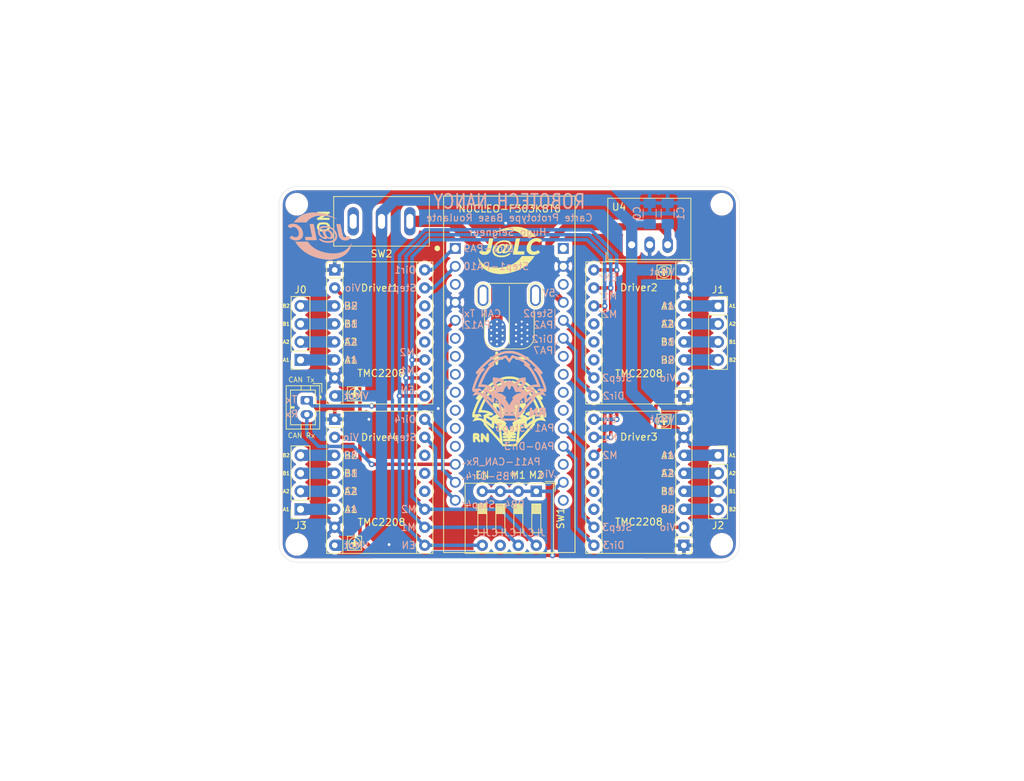
<source format=kicad_pcb>
(kicad_pcb (version 20171130) (host pcbnew "(5.1.10)-1")
  (layers (0 F.Cu signal) (31 B.Cu signal) (34 B.Paste user) (35 F.Paste user) (36 B.SilkS user) (37 F.SilkS user) (38 B.Mask user) (39 F.Mask user) (44 Edge.Cuts user))
  (net 0 "")
  (net 1 +BATT)
  (net 2 GND)
  (net 3 M2)
  (net 4 M1)
  (net 5 EN)
  (net 6 CAN_Rx)
  (net 7 CAN_Tx)
  (net 8 +5V)
  (net 9 Vio)
  (net 10 Dir2)
  (net 11 Dir1)
  (net 12 Dir0)
  (net 13 Stp3)
  (net 14 Stp2)
  (net 15 Stp1)
  (net 16 Stp0)
  (net 17 Dir3)
  (net 18 "Net-(SW1-Pad6)")
  (net 19 "Net-(SW2-Pad3)")
  (net 20 "Net-(J4-Pad1)")
  (net 21 "Net-(Driver1-Pad3)")
  (net 22 "Net-(Driver1-Pad4)")
  (net 23 "Net-(Driver1-Pad5)")
  (net 24 "Net-(Driver1-Pad6)")
  (net 25 "Net-(Driver1-Pad11)")
  (net 26 "Net-(Driver1-Pad12)")
  (net 27 "Net-(Driver1-Pad13)")
  (net 28 "Net-(Driver2-Pad3)")
  (net 29 "Net-(Driver2-Pad4)")
  (net 30 "Net-(Driver2-Pad5)")
  (net 31 "Net-(Driver2-Pad6)")
  (net 32 "Net-(Driver2-Pad11)")
  (net 33 "Net-(Driver2-Pad12)")
  (net 34 "Net-(Driver2-Pad13)")
  (net 35 "Net-(Driver3-Pad3)")
  (net 36 "Net-(Driver3-Pad4)")
  (net 37 "Net-(Driver3-Pad5)")
  (net 38 "Net-(Driver3-Pad6)")
  (net 39 "Net-(Driver3-Pad11)")
  (net 40 "Net-(Driver3-Pad12)")
  (net 41 "Net-(Driver3-Pad13)")
  (net 42 "Net-(Driver4-Pad3)")
  (net 43 "Net-(Driver4-Pad4)")
  (net 44 "Net-(Driver4-Pad5)")
  (net 45 "Net-(Driver4-Pad6)")
  (net 46 "Net-(Driver4-Pad11)")
  (net 47 "Net-(Driver4-Pad12)")
  (net 48 "Net-(Driver4-Pad13)")
  (net 49 "Net-(NUCLEO-F303K8T6-Pad4.15)")
  (net 50 "Net-(NUCLEO-F303K8T6-Pad4.13)")
  (net 51 "Net-(NUCLEO-F303K8T6-Pad3.12)")
  (net 52 "Net-(NUCLEO-F303K8T6-Pad3.11)")
  (net 53 "Net-(NUCLEO-F303K8T6-Pad4.10)")
  (net 54 "Net-(NUCLEO-F303K8T6-Pad3.10)")
  (net 55 "Net-(NUCLEO-F303K8T6-Pad4.9)")
  (net 56 "Net-(NUCLEO-F303K8T6-Pad3.9)")
  (net 57 "Net-(NUCLEO-F303K8T6-Pad4.8)")
  (net 58 "Net-(NUCLEO-F303K8T6-Pad3.8)")
  (net 59 "Net-(NUCLEO-F303K8T6-Pad4.7)")
  (net 60 "Net-(NUCLEO-F303K8T6-Pad3.7)")
  (net 61 "Net-(NUCLEO-F303K8T6-Pad3.6)")
  (net 62 "Net-(NUCLEO-F303K8T6-Pad4.3)")
  (net 63 "Net-(NUCLEO-F303K8T6-Pad3.3)")
  (net 64 "Net-(NUCLEO-F303K8T6-Pad4.1)")
  (module Trinamic_Drivers:TMC_2208_BOB (layer F.Cu) (at 92.964 87.884 180)
    (fp_text reference Driver1 (at 0.0005 6.35) (layer F.SilkS))
    (fp_text value TMC2208)
    (pad 1 thru_hole rect (at 6.35 8.89 180) (size 1.6 1.6) (drill 0.8) (layers *.Cu *.Mask) (net 2 GND))
    (pad 2 thru_hole circle (at 6.35 6.35 180) (size 1.6 1.6) (drill 0.8) (layers *.Cu *.Mask) (net 9 Vio))
    (pad 3 thru_hole circle (at 6.35 3.81 180) (size 1.6 1.6) (drill 0.8) (layers *.Cu *.Mask) (net 21 "Net-(Driver1-Pad3)"))
    (pad 4 thru_hole circle (at 6.35 1.27 180) (size 1.6 1.6) (drill 0.8) (layers *.Cu *.Mask) (net 22 "Net-(Driver1-Pad4)"))
    (pad 5 thru_hole circle (at 6.35 -1.27 180) (size 1.6 1.6) (drill 0.8) (layers *.Cu *.Mask) (net 23 "Net-(Driver1-Pad5)"))
    (pad 6 thru_hole circle (at 6.35 -3.81 180) (size 1.6 1.6) (drill 0.8) (layers *.Cu *.Mask) (net 24 "Net-(Driver1-Pad6)"))
    (pad 7 thru_hole circle (at 6.35 -6.35 180) (size 1.6 1.6) (drill 0.8) (layers *.Cu *.Mask Eco2.User) (net 2 GND))
    (pad 8 thru_hole circle (at 6.35 -8.89 180) (size 1.6 1.6) (drill 0.8) (layers *.Cu *.Mask) (net 1 +BATT))
    (pad 9 thru_hole circle (at -6.35 8.89 180) (size 1.6 1.6) (drill 0.8) (layers *.Cu *.Mask) (net 12 Dir0))
    (pad 10 thru_hole circle (at -6.35 6.35 180) (size 1.6 1.6) (drill 0.8) (layers *.Cu *.Mask) (net 16 Stp0))
    (pad 11 thru_hole circle (at -6.35 3.81 180) (size 1.6 1.6) (drill 0.8) (layers *.Cu *.Mask) (net 25 "Net-(Driver1-Pad11)"))
    (pad 12 thru_hole circle (at -6.35 1.27 180) (size 1.6 1.6) (drill 0.8) (layers *.Cu *.Mask) (net 26 "Net-(Driver1-Pad12)"))
    (pad 13 thru_hole circle (at -6.35 -1.27 180) (size 1.6 1.6) (drill 0.8) (layers *.Cu *.Mask) (net 27 "Net-(Driver1-Pad13)"))
    (pad 14 thru_hole circle (at -6.35 -3.81 180) (size 1.6 1.6) (drill 0.8) (layers *.Cu *.Mask) (net 3 M2))
    (pad 15 thru_hole circle (at -6.35 -6.35 180) (size 1.6 1.6) (drill 0.8) (layers *.Cu *.Mask) (net 4 M1))
    (pad 16 thru_hole circle (at -6.35 -8.89 180) (size 1.6 1.6) (drill 0.8) (layers *.Cu *.Mask) (net 5 EN))
  )
  (module Trinamic_Drivers:TMC_2208_BOB (layer F.Cu) (at 92.964 108.966 180)
    (fp_text reference Driver4 (at 0 6.35) (layer F.SilkS))
    (fp_text value TMC2208)
    (pad 1 thru_hole rect (at 6.35 8.89 180) (size 1.6 1.6) (drill 0.8) (layers *.Cu *.Mask) (net 2 GND))
    (pad 2 thru_hole circle (at 6.35 6.35 180) (size 1.6 1.6) (drill 0.8) (layers *.Cu *.Mask) (net 9 Vio))
    (pad 3 thru_hole circle (at 6.35 3.81 180) (size 1.6 1.6) (drill 0.8) (layers *.Cu *.Mask) (net 42 "Net-(Driver4-Pad3)"))
    (pad 4 thru_hole circle (at 6.35 1.27 180) (size 1.6 1.6) (drill 0.8) (layers *.Cu *.Mask) (net 43 "Net-(Driver4-Pad4)"))
    (pad 5 thru_hole circle (at 6.35 -1.27 180) (size 1.6 1.6) (drill 0.8) (layers *.Cu *.Mask) (net 44 "Net-(Driver4-Pad5)"))
    (pad 6 thru_hole circle (at 6.35 -3.81 180) (size 1.6 1.6) (drill 0.8) (layers *.Cu *.Mask) (net 45 "Net-(Driver4-Pad6)"))
    (pad 7 thru_hole circle (at 6.35 -6.35 180) (size 1.6 1.6) (drill 0.8) (layers *.Cu *.Mask Eco2.User) (net 2 GND))
    (pad 8 thru_hole circle (at 6.35 -8.89 180) (size 1.6 1.6) (drill 0.8) (layers *.Cu *.Mask) (net 1 +BATT))
    (pad 9 thru_hole circle (at -6.35 8.89 180) (size 1.6 1.6) (drill 0.8) (layers *.Cu *.Mask) (net 17 Dir3))
    (pad 10 thru_hole circle (at -6.35 6.35 180) (size 1.6 1.6) (drill 0.8) (layers *.Cu *.Mask) (net 13 Stp3))
    (pad 11 thru_hole circle (at -6.35 3.81 180) (size 1.6 1.6) (drill 0.8) (layers *.Cu *.Mask) (net 46 "Net-(Driver4-Pad11)"))
    (pad 12 thru_hole circle (at -6.35 1.27 180) (size 1.6 1.6) (drill 0.8) (layers *.Cu *.Mask) (net 47 "Net-(Driver4-Pad12)"))
    (pad 13 thru_hole circle (at -6.35 -1.27 180) (size 1.6 1.6) (drill 0.8) (layers *.Cu *.Mask) (net 48 "Net-(Driver4-Pad13)"))
    (pad 14 thru_hole circle (at -6.35 -3.81 180) (size 1.6 1.6) (drill 0.8) (layers *.Cu *.Mask) (net 3 M2))
    (pad 15 thru_hole circle (at -6.35 -6.35 180) (size 1.6 1.6) (drill 0.8) (layers *.Cu *.Mask) (net 4 M1))
    (pad 16 thru_hole circle (at -6.35 -8.89 180) (size 1.6 1.6) (drill 0.8) (layers *.Cu *.Mask) (net 5 EN))
  )
  (module Trinamic_Drivers:TMC_2208_BOB (layer F.Cu) (at 129.54 108.966)
    (fp_text reference Driver3 (at -0.0005 -6.4008) (layer F.SilkS))
    (fp_text value TMC2208)
    (pad 16 thru_hole circle (at -6.35 -8.89) (size 1.6 1.6) (drill 0.8) (layers *.Cu *.Mask) (net 5 EN))
    (pad 15 thru_hole circle (at -6.35 -6.35) (size 1.6 1.6) (drill 0.8) (layers *.Cu *.Mask) (net 4 M1))
    (pad 14 thru_hole circle (at -6.35 -3.81) (size 1.6 1.6) (drill 0.8) (layers *.Cu *.Mask) (net 3 M2))
    (pad 13 thru_hole circle (at -6.35 -1.27) (size 1.6 1.6) (drill 0.8) (layers *.Cu *.Mask) (net 41 "Net-(Driver3-Pad13)"))
    (pad 12 thru_hole circle (at -6.35 1.27) (size 1.6 1.6) (drill 0.8) (layers *.Cu *.Mask) (net 40 "Net-(Driver3-Pad12)"))
    (pad 11 thru_hole circle (at -6.35 3.81) (size 1.6 1.6) (drill 0.8) (layers *.Cu *.Mask) (net 39 "Net-(Driver3-Pad11)"))
    (pad 10 thru_hole circle (at -6.35 6.35) (size 1.6 1.6) (drill 0.8) (layers *.Cu *.Mask) (net 14 Stp2))
    (pad 9 thru_hole circle (at -6.35 8.89) (size 1.6 1.6) (drill 0.8) (layers *.Cu *.Mask) (net 10 Dir2))
    (pad 8 thru_hole circle (at 6.35 -8.89) (size 1.6 1.6) (drill 0.8) (layers *.Cu *.Mask) (net 1 +BATT))
    (pad 7 thru_hole circle (at 6.35 -6.35) (size 1.6 1.6) (drill 0.8) (layers *.Cu *.Mask Eco2.User) (net 2 GND))
    (pad 6 thru_hole circle (at 6.35 -3.81) (size 1.6 1.6) (drill 0.8) (layers *.Cu *.Mask) (net 38 "Net-(Driver3-Pad6)"))
    (pad 5 thru_hole circle (at 6.35 -1.27) (size 1.6 1.6) (drill 0.8) (layers *.Cu *.Mask) (net 37 "Net-(Driver3-Pad5)"))
    (pad 4 thru_hole circle (at 6.35 1.27) (size 1.6 1.6) (drill 0.8) (layers *.Cu *.Mask) (net 36 "Net-(Driver3-Pad4)"))
    (pad 3 thru_hole circle (at 6.35 3.81) (size 1.6 1.6) (drill 0.8) (layers *.Cu *.Mask) (net 35 "Net-(Driver3-Pad3)"))
    (pad 2 thru_hole circle (at 6.35 6.35) (size 1.6 1.6) (drill 0.8) (layers *.Cu *.Mask) (net 9 Vio))
    (pad 1 thru_hole rect (at 6.35 8.89) (size 1.6 1.6) (drill 0.8) (layers *.Cu *.Mask) (net 2 GND))
  )
  (module Trinamic_Drivers:TMC_2208_BOB (layer F.Cu) (at 129.54 87.884)
    (fp_text reference Driver2 (at -0.0005 -6.4008) (layer F.SilkS))
    (fp_text value TMC2208)
    (pad 1 thru_hole rect (at 6.35 8.89) (size 1.6 1.6) (drill 0.8) (layers *.Cu *.Mask) (net 2 GND))
    (pad 2 thru_hole circle (at 6.35 6.35) (size 1.6 1.6) (drill 0.8) (layers *.Cu *.Mask) (net 9 Vio))
    (pad 3 thru_hole circle (at 6.35 3.81) (size 1.6 1.6) (drill 0.8) (layers *.Cu *.Mask) (net 28 "Net-(Driver2-Pad3)"))
    (pad 4 thru_hole circle (at 6.35 1.27) (size 1.6 1.6) (drill 0.8) (layers *.Cu *.Mask) (net 29 "Net-(Driver2-Pad4)"))
    (pad 5 thru_hole circle (at 6.35 -1.27) (size 1.6 1.6) (drill 0.8) (layers *.Cu *.Mask) (net 30 "Net-(Driver2-Pad5)"))
    (pad 6 thru_hole circle (at 6.35 -3.81) (size 1.6 1.6) (drill 0.8) (layers *.Cu *.Mask) (net 31 "Net-(Driver2-Pad6)"))
    (pad 7 thru_hole circle (at 6.35 -6.35) (size 1.6 1.6) (drill 0.8) (layers *.Cu *.Mask Eco2.User) (net 2 GND))
    (pad 8 thru_hole circle (at 6.35 -8.89) (size 1.6 1.6) (drill 0.8) (layers *.Cu *.Mask) (net 1 +BATT))
    (pad 9 thru_hole circle (at -6.35 8.89) (size 1.6 1.6) (drill 0.8) (layers *.Cu *.Mask) (net 11 Dir1))
    (pad 10 thru_hole circle (at -6.35 6.35) (size 1.6 1.6) (drill 0.8) (layers *.Cu *.Mask) (net 15 Stp1))
    (pad 11 thru_hole circle (at -6.35 3.81) (size 1.6 1.6) (drill 0.8) (layers *.Cu *.Mask) (net 32 "Net-(Driver2-Pad11)"))
    (pad 12 thru_hole circle (at -6.35 1.27) (size 1.6 1.6) (drill 0.8) (layers *.Cu *.Mask) (net 33 "Net-(Driver2-Pad12)"))
    (pad 13 thru_hole circle (at -6.35 -1.27) (size 1.6 1.6) (drill 0.8) (layers *.Cu *.Mask) (net 34 "Net-(Driver2-Pad13)"))
    (pad 14 thru_hole circle (at -6.35 -3.81) (size 1.6 1.6) (drill 0.8) (layers *.Cu *.Mask) (net 3 M2))
    (pad 15 thru_hole circle (at -6.35 -6.35) (size 1.6 1.6) (drill 0.8) (layers *.Cu *.Mask) (net 4 M1))
    (pad 16 thru_hole circle (at -6.35 -8.89) (size 1.6 1.6) (drill 0.8) (layers *.Cu *.Mask) (net 5 EN))
  )
  (module Connecteurs:Alim_Cablée_2_fils (layer F.Cu) (at 111.252 87.884)
    (fp_text reference J4 hide)
    (fp_text value Conn_01x04_Male)
    (pad "" np_thru_hole oval (at 3.7 -5.3) (size 1.5 3) (drill oval 1 2.5) (layers *.Cu *.Mask))
    (pad "" np_thru_hole oval (at -3.7 -5.3) (size 1.5 3) (drill oval 1 2.5) (layers *.Cu *.Mask))
    (pad 2 smd oval (at 1.75 0) (size 2.5 4) (layers F.Cu F.Paste F.Mask) (net 2 GND))
    (pad 1 smd oval (at -1.75 0) (size 2.5 4) (layers F.Cu F.Paste F.Mask) (net 20 "Net-(J4-Pad1)"))
  )
  (module Logos:jlcpcb10x10 (layer F.Cu) (at 111.2515 75.946)
    (fp_text reference G*** hide)
    (fp_text value LOGO hide)
  )
  (module Logos:logoRobotechNancy10x10 (layer F.Cu) (at 111.2515 98.806)
    (fp_text reference G*** hide)
    (fp_text value LOGO hide)
  )
  (module Logos:jlcpcb10x10 (layer B.Cu) (at 84.5815 73.914 180)
    (fp_text reference G*** hide)
    (fp_text value LOGO hide)
  )
  (module Logos:logoRobotechNancy10x10 (layer B.Cu) (at 111.2515 95.1992 180)
    (fp_text reference G*** hide)
    (fp_text value LOGO hide)
  )
  (module MountingHole:MountingHole_2.2mm_M2_ISO7380 (layer F.Cu) (at 81.2515 117.726)
    (fp_text reference H3 hide)
    (fp_text value MountingHole)
    (pad 1 np_thru_hole circle (at 0 0) (size 2.2 2.2) (drill 2.2) (layers *.Cu *.Mask))
  )
  (module MountingHole:MountingHole_2.2mm_M2_ISO7380 (layer F.Cu) (at 141.2515 117.726)
    (fp_text reference H2 hide)
    (fp_text value MountingHole)
    (pad 1 np_thru_hole circle (at 0 0) (size 2.2 2.2) (drill 2.2) (layers *.Cu *.Mask))
  )
  (module MountingHole:MountingHole_2.2mm_M2_ISO7380 (layer F.Cu) (at 141.2515 69.726)
    (fp_text reference H1 hide)
    (fp_text value MountingHole)
    (pad 1 np_thru_hole circle (at 0 0) (size 2.2 2.2) (drill 2.2) (layers *.Cu *.Mask))
  )
  (module MountingHole:MountingHole_2.2mm_M2_ISO7380 (layer F.Cu) (at 81.2515 69.726)
    (fp_text reference H0 hide)
    (fp_text value MountingHole)
    (pad 1 np_thru_hole circle (at 0 0) (size 2.2 2.2) (drill 2.2) (layers *.Cu *.Mask))
  )
  (module Connecteurs:Switch_3_Pin (layer F.Cu) (at 93.218 72.136 180)
    (fp_text reference SW2 (at 0.0005 -4.572) (layer F.SilkS))
    (fp_text value SW_Push_SPDT)
    (pad 3 thru_hole oval (at 4 0 180) (size 1.6 4) (drill oval 1 2.1) (layers *.Cu *.Mask) (net 19 "Net-(SW2-Pad3)"))
    (pad 2 thru_hole oval (at 0 0 180) (size 1.6 4) (drill oval 1 2.1) (layers *.Cu *.Mask) (net 1 +BATT))
    (pad 1 thru_hole oval (at -4 0 180) (size 1.6 4) (drill oval 1 2.1) (layers *.Cu *.Mask) (net 20 "Net-(J4-Pad1)"))
  )
  (module Connector_JST:JST_PH_B2B-PH-K_1x02_P2.00mm_Vertical (layer F.Cu) (at 82.677 97.3963 270)
    (fp_text reference J5 hide)
    (fp_text value Conn_01x02_Female)
    (pad 2 thru_hole oval (at 2 0 270) (size 1.2 1.75) (drill 0.75) (layers *.Cu *.Mask) (net 6 CAN_Rx))
    (pad 1 thru_hole roundrect (at 0 0 270) (size 1.2 1.75) (drill 0.75) (layers *.Cu *.Mask) (roundrect_rratio 0.208333) (net 7 CAN_Tx))
  )
  (module Converter_DCDC:Converter_DCDC_RECOM_R-78E-0.5_THT (layer F.Cu) (at 128.524 75.438)
    (fp_text reference U4 (at -1.7785 -5.334) (layer F.SilkS))
    (fp_text value R-78E5.0-0.5)
    (pad 3 thru_hole oval (at 5.08 0) (size 1.5 2.3) (drill 1) (layers *.Cu *.Mask) (net 8 +5V))
    (pad 2 thru_hole oval (at 2.54 0) (size 1.5 2.3) (drill 1) (layers *.Cu *.Mask) (net 2 GND))
    (pad 1 thru_hole rect (at 0 0) (size 1.5 2.3) (drill 1) (layers *.Cu *.Mask) (net 1 +BATT))
  )
  (module Button_Switch_THT:SW_DIP_SPSTx04_Slide_9.78x12.34mm_W7.62mm_P2.54mm (layer F.Cu) (at 115.062 110.236 270)
    (fp_text reference SW1 (at 3.81 -3.42 90) (layer F.SilkS))
    (fp_text value SW_DIP_x04)
    (pad 8 thru_hole oval (at 7.62 0 270) (size 1.6 1.6) (drill 0.8) (layers *.Cu *.Mask) (net 3 M2))
    (pad 4 thru_hole oval (at 0 7.62 270) (size 1.6 1.6) (drill 0.8) (layers *.Cu *.Mask) (net 9 Vio))
    (pad 7 thru_hole oval (at 7.62 2.54 270) (size 1.6 1.6) (drill 0.8) (layers *.Cu *.Mask) (net 4 M1))
    (pad 3 thru_hole oval (at 0 5.08 270) (size 1.6 1.6) (drill 0.8) (layers *.Cu *.Mask) (net 9 Vio))
    (pad 6 thru_hole oval (at 7.62 5.08 270) (size 1.6 1.6) (drill 0.8) (layers *.Cu *.Mask) (net 18 "Net-(SW1-Pad6)"))
    (pad 2 thru_hole oval (at 0 2.54 270) (size 1.6 1.6) (drill 0.8) (layers *.Cu *.Mask) (net 9 Vio))
    (pad 5 thru_hole oval (at 7.62 7.62 270) (size 1.6 1.6) (drill 0.8) (layers *.Cu *.Mask) (net 5 EN))
    (pad 1 thru_hole rect (at 0 0 270) (size 1.6 1.6) (drill 0.8) (layers *.Cu *.Mask) (net 9 Vio))
  )
  (module Connector_PinSocket_2.54mm:PinSocket_1x04_P2.54mm_Vertical (layer F.Cu) (at 81.788 112.776 180)
    (fp_text reference J3 (at 0 -2.286) (layer F.SilkS))
    (fp_text value Conn_01x04_Female)
    (pad 4 thru_hole oval (at 0 7.62 180) (size 1.7 1.7) (drill 1) (layers *.Cu *.Mask) (net 42 "Net-(Driver4-Pad3)"))
    (pad 3 thru_hole oval (at 0 5.08 180) (size 1.7 1.7) (drill 1) (layers *.Cu *.Mask) (net 43 "Net-(Driver4-Pad4)"))
    (pad 2 thru_hole oval (at 0 2.54 180) (size 1.7 1.7) (drill 1) (layers *.Cu *.Mask) (net 44 "Net-(Driver4-Pad5)"))
    (pad 1 thru_hole rect (at 0 0 180) (size 1.7 1.7) (drill 1) (layers *.Cu *.Mask) (net 45 "Net-(Driver4-Pad6)"))
  )
  (module Connector_PinSocket_2.54mm:PinSocket_1x04_P2.54mm_Vertical (layer F.Cu) (at 140.716 105.156)
    (fp_text reference J2 (at -0.0005 9.906) (layer F.SilkS))
    (fp_text value Conn_01x04_Female)
    (pad 4 thru_hole oval (at 0 7.62) (size 1.7 1.7) (drill 1) (layers *.Cu *.Mask) (net 35 "Net-(Driver3-Pad3)"))
    (pad 3 thru_hole oval (at 0 5.08) (size 1.7 1.7) (drill 1) (layers *.Cu *.Mask) (net 36 "Net-(Driver3-Pad4)"))
    (pad 2 thru_hole oval (at 0 2.54) (size 1.7 1.7) (drill 1) (layers *.Cu *.Mask) (net 37 "Net-(Driver3-Pad5)"))
    (pad 1 thru_hole rect (at 0 0) (size 1.7 1.7) (drill 1) (layers *.Cu *.Mask) (net 38 "Net-(Driver3-Pad6)"))
  )
  (module Connector_PinSocket_2.54mm:PinSocket_1x04_P2.54mm_Vertical (layer F.Cu) (at 140.716 84.074)
    (fp_text reference J1 (at 0 -2.286) (layer F.SilkS))
    (fp_text value Conn_01x04_Female)
    (pad 4 thru_hole oval (at 0 7.62) (size 1.7 1.7) (drill 1) (layers *.Cu *.Mask) (net 28 "Net-(Driver2-Pad3)"))
    (pad 3 thru_hole oval (at 0 5.08) (size 1.7 1.7) (drill 1) (layers *.Cu *.Mask) (net 29 "Net-(Driver2-Pad4)"))
    (pad 2 thru_hole oval (at 0 2.54) (size 1.7 1.7) (drill 1) (layers *.Cu *.Mask) (net 30 "Net-(Driver2-Pad5)"))
    (pad 1 thru_hole rect (at 0 0) (size 1.7 1.7) (drill 1) (layers *.Cu *.Mask) (net 31 "Net-(Driver2-Pad6)"))
  )
  (module Connector_PinSocket_2.54mm:PinSocket_1x04_P2.54mm_Vertical (layer F.Cu) (at 81.788 91.694 180)
    (fp_text reference J0 (at 0.0005 9.906) (layer F.SilkS))
    (fp_text value Conn_01x04_Female)
    (pad 4 thru_hole oval (at 0 7.62 180) (size 1.7 1.7) (drill 1) (layers *.Cu *.Mask) (net 21 "Net-(Driver1-Pad3)"))
    (pad 3 thru_hole oval (at 0 5.08 180) (size 1.7 1.7) (drill 1) (layers *.Cu *.Mask) (net 22 "Net-(Driver1-Pad4)"))
    (pad 2 thru_hole oval (at 0 2.54 180) (size 1.7 1.7) (drill 1) (layers *.Cu *.Mask) (net 23 "Net-(Driver1-Pad5)"))
    (pad 1 thru_hole rect (at 0 0 180) (size 1.7 1.7) (drill 1) (layers *.Cu *.Mask) (net 24 "Net-(Driver1-Pad6)"))
  )
  (module Capacitor_SMD:C_1206_3216Metric_Pad1.42x1.75mm_HandSolder (layer B.Cu) (at 133.604 71.0295 90)
    (fp_text reference C1 (at 0 1.82 90) (layer B.SilkS) (effects (justify mirror)))
    (fp_text value 10u)
    (pad 2 smd roundrect (at 1.4875 0 90) (size 1.425 1.75) (layers B.Cu B.Paste B.Mask) (roundrect_rratio 0.175439) (net 2 GND))
    (pad 1 smd roundrect (at -1.4875 0 90) (size 1.425 1.75) (layers B.Cu B.Paste B.Mask) (roundrect_rratio 0.175439) (net 8 +5V))
  )
  (module Capacitor_SMD:C_1206_3216Metric_Pad1.42x1.75mm_HandSolder (layer B.Cu) (at 131.064 71.0295 90)
    (fp_text reference C0 (at 0.0365 -1.778 90) (layer B.SilkS) (effects (justify mirror)))
    (fp_text value 10u)
    (pad 2 smd roundrect (at 1.4875 0 90) (size 1.425 1.75) (layers B.Cu B.Paste B.Mask) (roundrect_rratio 0.175439) (net 2 GND))
    (pad 1 smd roundrect (at -1.4875 0 90) (size 1.425 1.75) (layers B.Cu B.Paste B.Mask) (roundrect_rratio 0.175439) (net 1 +BATT))
  )
  (module NUCLEO-F303K8:MODULE_NUCLEO-F303K8 (layer F.Cu) (at 111.2515 93.726)
    (fp_text reference NUCLEO-F303K8T6 (at 0.0508 -23.368) (layer F.SilkS))
    (fp_text value NUCLEO-F303K8)
    (pad 4.15 thru_hole circle (at 7.62 17.78) (size 1.53 1.53) (drill 1.02) (layers *.Cu *.Mask) (net 49 "Net-(NUCLEO-F303K8T6-Pad4.15)"))
    (pad 3.15 thru_hole circle (at -7.62 17.78) (size 1.53 1.53) (drill 1.02) (layers *.Cu *.Mask) (net 13 Stp3))
    (pad 4.14 thru_hole circle (at 7.62 15.24) (size 1.53 1.53) (drill 1.02) (layers *.Cu *.Mask) (net 9 Vio))
    (pad 3.14 thru_hole circle (at -7.62 15.24) (size 1.53 1.53) (drill 1.02) (layers *.Cu *.Mask) (net 17 Dir3))
    (pad 4.13 thru_hole circle (at 7.62 12.7) (size 1.53 1.53) (drill 1.02) (layers *.Cu *.Mask) (net 50 "Net-(NUCLEO-F303K8T6-Pad4.13)"))
    (pad 3.13 thru_hole circle (at -7.62 12.7) (size 1.53 1.53) (drill 1.02) (layers *.Cu *.Mask) (net 6 CAN_Rx))
    (pad 4.12 thru_hole circle (at 7.62 10.16) (size 1.53 1.53) (drill 1.02) (layers *.Cu *.Mask) (net 10 Dir2))
    (pad 3.12 thru_hole circle (at -7.62 10.16) (size 1.53 1.53) (drill 1.02) (layers *.Cu *.Mask) (net 51 "Net-(NUCLEO-F303K8T6-Pad3.12)"))
    (pad 4.11 thru_hole circle (at 7.62 7.62) (size 1.53 1.53) (drill 1.02) (layers *.Cu *.Mask) (net 14 Stp2))
    (pad 3.11 thru_hole circle (at -7.62 7.62) (size 1.53 1.53) (drill 1.02) (layers *.Cu *.Mask) (net 52 "Net-(NUCLEO-F303K8T6-Pad3.11)"))
    (pad 4.10 thru_hole circle (at 7.62 5.08) (size 1.53 1.53) (drill 1.02) (layers *.Cu *.Mask) (net 53 "Net-(NUCLEO-F303K8T6-Pad4.10)"))
    (pad 3.10 thru_hole circle (at -7.62 5.08) (size 1.53 1.53) (drill 1.02) (layers *.Cu *.Mask) (net 54 "Net-(NUCLEO-F303K8T6-Pad3.10)"))
    (pad 4.9 thru_hole circle (at 7.62 2.54) (size 1.53 1.53) (drill 1.02) (layers *.Cu *.Mask) (net 55 "Net-(NUCLEO-F303K8T6-Pad4.9)"))
    (pad 3.9 thru_hole circle (at -7.62 2.54) (size 1.53 1.53) (drill 1.02) (layers *.Cu *.Mask) (net 56 "Net-(NUCLEO-F303K8T6-Pad3.9)"))
    (pad 4.8 thru_hole circle (at 7.62 0) (size 1.53 1.53) (drill 1.02) (layers *.Cu *.Mask) (net 57 "Net-(NUCLEO-F303K8T6-Pad4.8)"))
    (pad 3.8 thru_hole circle (at -7.62 0) (size 1.53 1.53) (drill 1.02) (layers *.Cu *.Mask) (net 58 "Net-(NUCLEO-F303K8T6-Pad3.8)"))
    (pad 4.7 thru_hole circle (at 7.62 -2.54) (size 1.53 1.53) (drill 1.02) (layers *.Cu *.Mask) (net 59 "Net-(NUCLEO-F303K8T6-Pad4.7)"))
    (pad 3.7 thru_hole circle (at -7.62 -2.54) (size 1.53 1.53) (drill 1.02) (layers *.Cu *.Mask) (net 60 "Net-(NUCLEO-F303K8T6-Pad3.7)"))
    (pad 4.6 thru_hole circle (at 7.62 -5.08) (size 1.53 1.53) (drill 1.02) (layers *.Cu *.Mask) (net 11 Dir1))
    (pad 3.6 thru_hole circle (at -7.62 -5.08) (size 1.53 1.53) (drill 1.02) (layers *.Cu *.Mask) (net 61 "Net-(NUCLEO-F303K8T6-Pad3.6)"))
    (pad 4.5 thru_hole circle (at 7.62 -7.62) (size 1.53 1.53) (drill 1.02) (layers *.Cu *.Mask) (net 15 Stp1))
    (pad 3.5 thru_hole circle (at -7.62 -7.62) (size 1.53 1.53) (drill 1.02) (layers *.Cu *.Mask) (net 7 CAN_Tx))
    (pad 4.4 thru_hole circle (at 7.62 -10.16) (size 1.53 1.53) (drill 1.02) (layers *.Cu *.Mask) (net 8 +5V))
    (pad 3.4 thru_hole circle (at -7.62 -10.16) (size 1.53 1.53) (drill 1.02) (layers *.Cu *.Mask) (net 2 GND))
    (pad 4.3 thru_hole circle (at 7.62 -12.7) (size 1.53 1.53) (drill 1.02) (layers *.Cu *.Mask) (net 62 "Net-(NUCLEO-F303K8T6-Pad4.3)"))
    (pad 3.3 thru_hole circle (at -7.62 -12.7) (size 1.53 1.53) (drill 1.02) (layers *.Cu *.Mask) (net 63 "Net-(NUCLEO-F303K8T6-Pad3.3)"))
    (pad 4.2 thru_hole circle (at 7.62 -15.24) (size 1.53 1.53) (drill 1.02) (layers *.Cu *.Mask) (net 2 GND))
    (pad 3.2 thru_hole circle (at -7.62 -15.24) (size 1.53 1.53) (drill 1.02) (layers *.Cu *.Mask) (net 16 Stp0))
    (pad 4.1 thru_hole rect (at 7.62 -17.78) (size 1.53 1.53) (drill 1.02) (layers *.Cu *.Mask) (net 64 "Net-(NUCLEO-F303K8T6-Pad4.1)"))
    (pad 3.1 thru_hole rect (at -7.62 -17.78) (size 1.53 1.53) (drill 1.02) (layers *.Cu *.Mask) (net 12 Dir0))
  )
  (gr_line (start 124.3579 79.9592) (end 124.0023 79.6544) (layer B.SilkS) (width 0.12))
  (gr_line (start 124.3579 82.4992) (end 124.0023 82.1944) (layer B.SilkS) (width 0.12))
  (gr_line (start 124.3579 85.09) (end 123.9515 84.7344) (layer B.SilkS) (width 0.12))
  (gr_line (start 105.1047 106.2228) (end 104.6475 106.426) (layer B.SilkS) (width 0.12))
  (gr_line (start 104.6983 85.9028) (end 104.4951 85.9028) (layer B.SilkS) (width 0.12))
  (gr_line (start 104.6983 84.3788) (end 104.6983 87.376) (layer B.SilkS) (width 0.12))
  (gr_line (start 117.7031 89.5096) (end 118.1095 89.2048) (layer B.SilkS) (width 0.12))
  (gr_line (start 117.7031 88.0364) (end 117.7031 90.932) (layer B.SilkS) (width 0.12))
  (gr_line (start 117.7031 85.9028) (end 117.9063 85.9028) (layer B.SilkS) (width 0.12))
  (gr_line (start 117.7031 87.2744) (end 117.7031 84.5312) (layer B.SilkS) (width 0.12))
  (gr_line (start 104.9523 112.014) (end 104.5967 111.76) (layer B.SilkS) (width 0.12))
  (gr_line (start 104.9523 108.4072) (end 104.5459 108.6104) (layer B.SilkS) (width 0.12))
  (gr_line (start 118.0587 108.3564) (end 117.6015 108.0516) (layer B.SilkS) (width 0.12))
  (gr_line (start 117.8047 82.4484) (end 118.2111 82.804) (layer B.SilkS) (width 0.12))
  (gr_line (start 98.2975 96.4946) (end 97.7895 96.139) (layer B.SilkS) (width 0.12))
  (gr_line (start 98.3483 93.8276) (end 97.8403 93.472) (layer B.SilkS) (width 0.12))
  (gr_line (start 98.3483 91.186) (end 97.8403 90.8304) (layer B.SilkS) (width 0.12))
  (gr_text "Carte Prototype Base Roulante" (at 111.2515 71.628) (layer B.SilkS) (effects (font (size 1 1)) (justify mirror)))
  (gr_text "CAN Rx" (at 81.9145 102.362) (layer F.SilkS) (effects (font (size 0.7 0.7) (thickness 0.1))))
  (gr_text "CAN Tx" (at 81.9145 94.488) (layer F.SilkS) (effects (font (size 0.7 0.7) (thickness 0.1))))
  (gr_text TMC2208 (at 93.1667 93.5736) (layer F.SilkS) (effects (font (size 1 1))))
  (gr_text TMC2208 (at 93.2175 114.6048) (layer F.SilkS) (effects (font (size 1 1))))
  (gr_text TMC2208 (at 129.5395 114.554) (layer F.SilkS) (effects (font (size 1 1))))
  (gr_text TMC2208 (at 129.5395 93.6244) (layer F.SilkS) (effects (font (size 1 1))))
  (gr_text - (at 113.0295 91.313) (layer F.SilkS) (effects (font (size 2 2) (thickness 0.4))))
  (gr_text + (at 109.4735 91.313) (layer F.SilkS) (effects (font (size 2 2) (thickness 0.4))))
  (gr_text B2 (at 79.7555 84.074) (layer F.SilkS) (effects (font (size 0.5 0.5) (thickness 0.125))))
  (gr_text A2 (at 79.7555 89.154) (layer F.SilkS) (effects (font (size 0.5 0.5) (thickness 0.125))))
  (gr_text B1 (at 79.7555 86.614) (layer F.SilkS) (effects (font (size 0.5 0.5) (thickness 0.125))))
  (gr_text A1 (at 79.7555 91.694) (layer F.SilkS) (effects (font (size 0.5 0.5) (thickness 0.125))))
  (gr_text B2 (at 79.7555 105.156) (layer F.SilkS) (effects (font (size 0.5 0.5) (thickness 0.125))))
  (gr_text B1 (at 79.7555 107.696) (layer F.SilkS) (effects (font (size 0.5 0.5) (thickness 0.125))))
  (gr_text A1 (at 79.7555 112.776) (layer F.SilkS) (effects (font (size 0.5 0.5) (thickness 0.125))))
  (gr_text A2 (at 79.7555 110.236) (layer F.SilkS) (effects (font (size 0.5 0.5) (thickness 0.125))))
  (gr_text A2 (at 142.7475 107.696) (layer F.SilkS) (effects (font (size 0.5 0.5) (thickness 0.125))))
  (gr_text B1 (at 142.7515 110.236) (layer F.SilkS) (effects (font (size 0.5 0.5) (thickness 0.125))))
  (gr_text A1 (at 142.7475 105.156) (layer F.SilkS) (effects (font (size 0.5 0.5) (thickness 0.125))))
  (gr_text B2 (at 142.7515 112.776) (layer F.SilkS) (effects (font (size 0.5 0.5) (thickness 0.125))))
  (gr_text A2 (at 142.7475 86.614) (layer F.SilkS) (effects (font (size 0.5 0.5) (thickness 0.125))))
  (gr_text A1 (at 142.7475 84.074) (layer F.SilkS) (effects (font (size 0.5 0.5) (thickness 0.125))))
  (gr_text B2 (at 142.7515 91.694) (layer F.SilkS) (effects (font (size 0.5 0.5) (thickness 0.125))))
  (gr_text B1 (at 142.7515 89.154) (layer F.SilkS) (effects (font (size 0.5 0.5) (thickness 0.125))))
  (gr_text Vio (at 116.4839 107.7976) (layer B.SilkS) (effects (font (size 1 1)) (justify mirror)))
  (gr_text PA0-Dir3 (at 117.7031 103.886) (layer B.SilkS) (effects (font (size 1 1)) (justify left mirror)))
  (gr_text PA1-Step3 (at 117.7031 101.2952) (layer B.SilkS) (effects (font (size 1 1)) (justify left mirror)))
  (gr_text "Dir2\nPA7" (at 117.5507 89.5604) (layer B.SilkS) (effects (font (size 1 1)) (justify left mirror)))
  (gr_text "Step2\nPA2" (at 117.5507 85.9536) (layer B.SilkS) (effects (font (size 1 1)) (justify left mirror)))
  (gr_text 5V (at 117.8555 82.2452) (layer B.SilkS) (effects (font (size 1 1)) (justify left mirror)))
  (gr_text VMot (at 89.6615 96.774) (layer B.SilkS) (effects (font (size 1 1)) (justify mirror)))
  (gr_text VMot (at 89.6615 117.856) (layer B.SilkS) (effects (font (size 1 1)) (justify mirror)))
  (gr_text VMot (at 132.8415 100.076) (layer B.SilkS) (effects (font (size 1 1)) (justify mirror)))
  (gr_text VMot (at 132.8415 79.248) (layer B.SilkS) (effects (font (size 1 1)) (justify mirror)))
  (gr_text M2 (at 125.4247 85.2424) (layer B.SilkS) (effects (font (size 1 1)) (justify mirror)))
  (gr_text EN (at 125.5263 80.0608) (layer B.SilkS) (effects (font (size 1 1)) (justify mirror)))
  (gr_text M1 (at 125.4247 82.6516) (layer B.SilkS) (effects (font (size 1 1)) (justify mirror)))
  (gr_text EN (at 125.4755 100.076) (layer B.SilkS) (effects (font (size 1 1)) (justify mirror)))
  (gr_text M1 (at 125.4755 102.616) (layer B.SilkS) (effects (font (size 1 1)) (justify mirror)))
  (gr_text M2 (at 125.4755 105.156) (layer B.SilkS) (effects (font (size 1 1)) (justify mirror)))
  (gr_text Vio (at 133.6035 115.316) (layer B.SilkS) (effects (font (size 1 1)) (justify mirror)))
  (gr_text Vio (at 133.6035 94.234) (layer B.SilkS) (effects (font (size 1 1)) (justify mirror)))
  (gr_text Vio (at 89.1535 81.534) (layer B.SilkS) (effects (font (size 1 1)) (justify mirror)))
  (gr_text Vio (at 88.8995 102.616) (layer B.SilkS) (effects (font (size 1 1)) (justify mirror)))
  (gr_text EN (at 97.0275 117.856) (layer B.SilkS) (effects (font (size 1 1)) (justify mirror)))
  (gr_text M1 (at 96.9767 115.316) (layer B.SilkS) (effects (font (size 1 1)) (justify mirror)))
  (gr_text M2 (at 97.0275 112.776) (layer B.SilkS) (effects (font (size 1 1)) (justify mirror)))
  (gr_text EN (at 96.8751 95.9612) (layer B.SilkS) (effects (font (size 1 1)) (justify mirror)))
  (gr_text M1 (at 96.8243 93.218) (layer B.SilkS) (effects (font (size 1 1)) (justify mirror)))
  (gr_text M2 (at 96.8243 90.6272) (layer B.SilkS) (effects (font (size 1 1)) (justify mirror)))
  (gr_text Rx (at 80.5175 99.314) (layer B.SilkS) (effects (font (size 1 1)) (justify mirror)))
  (gr_text Tx (at 80.5175 97.282) (layer B.SilkS) (effects (font (size 1 1)) (justify mirror)))
  (gr_text B2 (at 88.8995 84.074) (layer B.SilkS) (effects (font (size 1 1)) (justify mirror)))
  (gr_text B1 (at 88.8995 86.614) (layer B.SilkS) (effects (font (size 1 1)) (justify mirror)))
  (gr_text "A1\n" (at 88.8995 91.694) (layer B.SilkS) (effects (font (size 1 1)) (justify mirror)))
  (gr_text A2 (at 88.8995 89.154) (layer B.SilkS) (effects (font (size 1 1)) (justify mirror)))
  (gr_text "A1\n" (at 88.8995 112.776) (layer B.SilkS) (effects (font (size 1 1)) (justify mirror)))
  (gr_text B1 (at 88.8995 107.696) (layer B.SilkS) (effects (font (size 1 1)) (justify mirror)))
  (gr_text B2 (at 88.8995 105.156) (layer B.SilkS) (effects (font (size 1 1)) (justify mirror)))
  (gr_text A2 (at 88.8995 110.236) (layer B.SilkS) (effects (font (size 1 1)) (justify mirror)))
  (gr_text B2 (at 133.6035 112.776) (layer B.SilkS) (effects (font (size 1 1)) (justify mirror)))
  (gr_text A2 (at 133.6035 107.696) (layer B.SilkS) (effects (font (size 1 1)) (justify mirror)))
  (gr_text "A1\n" (at 133.6035 105.156) (layer B.SilkS) (effects (font (size 1 1)) (justify mirror)))
  (gr_text B1 (at 133.6035 110.236) (layer B.SilkS) (effects (font (size 1 1)) (justify mirror)))
  (gr_text B2 (at 133.6035 91.694) (layer B.SilkS) (effects (font (size 1 1)) (justify mirror)))
  (gr_text B1 (at 133.6035 89.154) (layer B.SilkS) (effects (font (size 1 1)) (justify mirror)))
  (gr_text A2 (at 133.6035 86.614) (layer B.SilkS) (effects (font (size 1 1)) (justify mirror)))
  (gr_text "A1\n" (at 133.6035 84.074) (layer B.SilkS) (effects (font (size 1 1)) (justify mirror)))
  (gr_text Dir3 (at 125.9835 117.856) (layer B.SilkS) (effects (font (size 1 1)) (justify mirror)))
  (gr_text Step3 (at 126.4915 115.316) (layer B.SilkS) (effects (font (size 1 1)) (justify mirror)))
  (gr_text "Dir2\n" (at 125.9835 96.774) (layer B.SilkS) (effects (font (size 1 1)) (justify mirror)))
  (gr_text "Step2\n" (at 126.4915 94.234) (layer B.SilkS) (effects (font (size 1 1)) (justify mirror)))
  (gr_text Step1 (at 96.0115 81.534) (layer B.SilkS) (effects (font (size 1 1)) (justify mirror)))
  (gr_text Dir1 (at 96.5195 78.994) (layer B.SilkS) (effects (font (size 1 1)) (justify mirror)))
  (gr_text Step4 (at 96.0115 102.616) (layer B.SilkS) (effects (font (size 1 1)) (justify mirror)))
  (gr_text Dir4 (at 96.5195 100.076) (layer B.SilkS) (effects (font (size 1 1)) (justify mirror)))
  (gr_text Dir1-PA9 (at 104.6983 75.946) (layer B.SilkS) (effects (font (size 1 1)) (justify right mirror)))
  (gr_text Step1-PA10 (at 104.6983 78.486) (layer B.SilkS) (effects (font (size 1 1)) (justify right mirror)))
  (gr_text PA11-CAN_Rx (at 105.1047 106.0704) (layer B.SilkS) (effects (font (size 1 1)) (justify right mirror)))
  (gr_text "CAN Tx\nPA12" (at 104.7491 85.9536) (layer B.SilkS) (effects (font (size 1 1)) (justify right mirror)))
  (gr_text PB4-Step4 (at 104.9015 112.1156) (layer B.SilkS) (effects (font (size 1 1)) (justify right mirror)))
  (gr_text PB5-Dir4 (at 104.9523 108.1024) (layer B.SilkS) (effects (font (size 1 1)) (justify right mirror)))
  (gr_text M2 (at 115.0615 107.95) (layer F.SilkS) (effects (font (size 1 1))))
  (gr_text M1 (at 112.5215 107.95) (layer F.SilkS) (effects (font (size 1 1))))
  (gr_text EN (at 107.4415 107.95) (layer F.SilkS) (effects (font (size 1 1))))
  (gr_text ON (at 85.0895 72.136 90) (layer F.SilkS) (effects (font (size 1.5 1.5) (thickness 0.3))))
  (gr_text A2 (at 88.8995 89.154) (layer F.SilkS) (effects (font (size 1 1))))
  (gr_text B1 (at 88.8995 86.614) (layer F.SilkS) (effects (font (size 1 1))))
  (gr_text A1 (at 88.8995 91.694) (layer F.SilkS) (effects (font (size 1 1))))
  (gr_text B2 (at 88.8995 84.074) (layer F.SilkS) (effects (font (size 1 1))))
  (gr_text B2 (at 88.8995 105.156) (layer F.SilkS) (effects (font (size 1 1))))
  (gr_text A1 (at 88.8995 112.776) (layer F.SilkS) (effects (font (size 1 1))))
  (gr_text A2 (at 88.8995 110.236) (layer F.SilkS) (effects (font (size 1 1))))
  (gr_text B1 (at 88.8995 107.696) (layer F.SilkS) (effects (font (size 1 1))))
  (gr_text A2 (at 133.6035 107.696) (layer F.SilkS) (effects (font (size 1 1))))
  (gr_text A1 (at 133.6035 105.156) (layer F.SilkS) (effects (font (size 1 1))))
  (gr_text B2 (at 133.6035 112.776) (layer F.SilkS) (effects (font (size 1 1))))
  (gr_text B1 (at 133.6035 110.236) (layer F.SilkS) (effects (font (size 1 1))))
  (gr_text B2 (at 133.6035 91.694) (layer F.SilkS) (effects (font (size 1 1))))
  (gr_text B1 (at 133.6035 89.154) (layer F.SilkS) (effects (font (size 1 1))))
  (gr_text A2 (at 133.6035 86.614) (layer F.SilkS) (effects (font (size 1 1))))
  (gr_text A1 (at 133.6035 84.074) (layer F.SilkS) (effects (font (size 1 1))))
  (gr_text "Hugo Seigneur" (at 110.9975 73.66) (layer B.SilkS) (effects (font (size 1 1)) (justify mirror)))
  (gr_text "ROBOTECH NANCY" (at 111.2515 69.342) (layer B.SilkS) (effects (font (size 2 1.6) (thickness 0.25)) (justify mirror)))
  (gr_line (start 141.2515 67.226) (end 81.2515 67.226) (layer Edge.Cuts) (width 0.05))
  (gr_line (start 143.7515 117.726) (end 143.7515 69.726) (layer Edge.Cuts) (width 0.05))
  (gr_line (start 81.2515 120.226) (end 141.2515 120.226) (layer Edge.Cuts) (width 0.05))
  (gr_line (start 78.7515 117.726) (end 78.7515 69.726) (layer Edge.Cuts) (width 0.05))
  (gr_arc (start 81.2515 117.726) (end 78.7515 117.726) (angle -90) (layer Edge.Cuts) (width 0.05))
  (gr_arc (start 141.2515 117.726) (end 141.2515 120.226) (angle -90) (layer Edge.Cuts) (width 0.05))
  (gr_arc (start 141.2515 69.726) (end 143.7515 69.726) (angle -90) (layer Edge.Cuts) (width 0.05))
  (gr_arc (start 81.2515 69.726) (end 81.2515 67.226) (angle -90) (layer Edge.Cuts) (width 0.05))
  (gr_text JLCJLCJLCJLC (at 111.2515 116.078) (layer B.SilkS) (effects (font (size 1 1)) (justify mirror)))
  (segment (start 93.218 72.136) (end 93.218 94.996) (width 1.6) (layer B.Cu) (net 1))
  (segment (start 89.662 117.856) (end 86.614 117.856) (width 1.6) (layer B.Cu) (net 1))
  (segment (start 93.218 94.996) (end 93.218 114.3) (width 1.6) (layer B.Cu) (net 1))
  (segment (start 93.218 114.3) (end 89.662 117.856) (width 1.6) (layer B.Cu) (net 1))
  (segment (start 128.778 78.994) (end 135.89 78.994) (width 1.6) (layer B.Cu) (net 1))
  (segment (start 128.524 78.74) (end 128.778 78.994) (width 1.6) (layer B.Cu) (net 1))
  (segment (start 128.524 75.438) (end 128.524 78.74) (width 1.6) (layer B.Cu) (net 1))
  (segment (start 132.334 100.076) (end 135.89 100.076) (width 1.6) (layer B.Cu) (net 1))
  (segment (start 128.524 78.74) (end 128.524 96.266) (width 1.6) (layer B.Cu) (net 1))
  (segment (start 128.524 96.266) (end 132.334 100.076) (width 1.6) (layer B.Cu) (net 1))
  (segment (start 93.218 96.774) (end 86.614 96.774) (width 1.6) (layer B.Cu) (net 1))
  (segment (start 128.524 72.517) (end 128.524 75.438) (width 1.6) (layer B.Cu) (net 1))
  (segment (start 125.14299 69.13599) (end 128.524 72.517) (width 1.6) (layer B.Cu) (net 1))
  (segment (start 95.01801 69.13599) (end 125.14299 69.13599) (width 1.6) (layer B.Cu) (net 1))
  (segment (start 93.218 72.136) (end 93.218 70.936) (width 1.6) (layer B.Cu) (net 1))
  (segment (start 93.218 70.936) (end 95.01801 69.13599) (width 1.6) (layer B.Cu) (net 1))
  (segment (start 128.524 72.517) (end 131.064 72.517) (width 1) (layer B.Cu) (net 1))
  (via (at 94.2843 117.7544) (size 0.8) (drill 0.4) (layers F.Cu B.Cu) (net 2))
  (via (at 91.44 100.076) (size 0.8) (drill 0.4) (layers F.Cu B.Cu) (net 2))
  (via (at 101.219 98.552) (size 0.8) (drill 0.4) (layers F.Cu B.Cu) (net 2))
  (via (at 110.7435 72.39) (size 0.8) (drill 0.4) (layers F.Cu B.Cu) (net 2))
  (segment (start 113.002 87.884) (end 113.002 87.884) (width 1.6) (layer F.Cu) (net 2))
  (via (at 113.002 87.884) (size 0.4) (drill 0.3) (layers F.Cu B.Cu) (net 2))
  (via (at 112.202 89.084) (size 0.4) (drill 0.3) (layers F.Cu B.Cu) (net 2))
  (via (at 113.802 87.484) (size 0.4) (drill 0.3) (layers F.Cu B.Cu) (net 2))
  (via (at 113.802 86.684) (size 0.4) (drill 0.3) (layers F.Cu B.Cu) (net 2))
  (via (at 112.202 88.284) (size 0.4) (drill 0.3) (layers F.Cu B.Cu) (net 2))
  (via (at 113.002 87.084) (size 0.4) (drill 0.3) (layers F.Cu B.Cu) (net 2))
  (via (at 112.202 87.484) (size 0.4) (drill 0.3) (layers F.Cu B.Cu) (net 2))
  (via (at 113.002 86.284) (size 0.4) (drill 0.3) (layers F.Cu B.Cu) (net 2))
  (via (at 112.202 86.684) (size 0.4) (drill 0.3) (layers F.Cu B.Cu) (net 2))
  (via (at 113.802 88.284) (size 0.4) (drill 0.3) (layers F.Cu B.Cu) (net 2))
  (via (at 113.002 88.684) (size 0.4) (drill 0.3) (layers F.Cu B.Cu) (net 2))
  (via (at 113.802 89.084) (size 0.4) (drill 0.3) (layers F.Cu B.Cu) (net 2))
  (via (at 113.002 89.484) (size 0.4) (drill 0.3) (layers F.Cu B.Cu) (net 2))
  (segment (start 113.002 87.084) (end 113.002 88.684) (width 2.5) (layer B.Cu) (net 2))
  (segment (start 109.982 112.776) (end 99.314 112.776) (width 0.5) (layer B.Cu) (net 3))
  (segment (start 115.062 117.856) (end 109.982 112.776) (width 0.5) (layer B.Cu) (net 3))
  (via (at 124.714 84.074) (size 0.8) (drill 0.4) (layers F.Cu B.Cu) (net 3))
  (segment (start 124.714 103.632) (end 123.19 105.156) (width 0.5) (layer F.Cu) (net 3))
  (segment (start 124.714 84.074) (end 124.714 103.632) (width 0.5) (layer F.Cu) (net 3))
  (segment (start 123.19 84.074) (end 124.714 84.074) (width 0.5) (layer F.Cu) (net 3))
  (segment (start 97.536 91.694) (end 99.314 91.694) (width 0.5) (layer F.Cu) (net 3))
  (via (at 97.536 91.694) (size 0.8) (drill 0.4) (layers F.Cu B.Cu) (net 3))
  (segment (start 124.714 77.216) (end 124.714 84.074) (width 0.5) (layer B.Cu) (net 3))
  (segment (start 122.228999 74.730999) (end 124.714 77.216) (width 0.5) (layer B.Cu) (net 3))
  (segment (start 99.948999 74.730999) (end 122.228999 74.730999) (width 0.5) (layer B.Cu) (net 3))
  (segment (start 97.536 91.694) (end 97.536 77.143998) (width 0.5) (layer B.Cu) (net 3))
  (segment (start 97.536 77.143998) (end 99.948999 74.730999) (width 0.5) (layer B.Cu) (net 3))
  (segment (start 97.536 110.998) (end 97.536 91.694) (width 0.5) (layer B.Cu) (net 3))
  (segment (start 99.314 112.776) (end 97.536 110.998) (width 0.5) (layer B.Cu) (net 3))
  (segment (start 109.982 115.316) (end 99.314 115.316) (width 0.5) (layer B.Cu) (net 4))
  (segment (start 112.522 117.856) (end 109.982 115.316) (width 0.5) (layer B.Cu) (net 4))
  (via (at 125.564 81.534) (size 0.8) (drill 0.4) (layers F.Cu B.Cu) (net 4))
  (segment (start 125.564 102.616) (end 123.19 102.616) (width 0.5) (layer B.Cu) (net 4))
  (segment (start 125.564 81.534) (end 125.564 102.616) (width 0.5) (layer F.Cu) (net 4))
  (via (at 125.564 102.616) (size 0.8) (drill 0.4) (layers F.Cu B.Cu) (net 4))
  (segment (start 123.19 81.534) (end 125.564 81.534) (width 0.5) (layer F.Cu) (net 4))
  (segment (start 125.564 77.076035) (end 125.564 80.968315) (width 0.5) (layer B.Cu) (net 4))
  (segment (start 96.686 94.234) (end 99.314 94.234) (width 0.5) (layer F.Cu) (net 4))
  (segment (start 96.686 94.234) (end 96.686 77.004033) (width 0.5) (layer B.Cu) (net 4))
  (segment (start 96.686 77.004033) (end 99.659045 74.030988) (width 0.5) (layer B.Cu) (net 4))
  (segment (start 99.659045 74.030988) (end 122.518953 74.030988) (width 0.5) (layer B.Cu) (net 4))
  (segment (start 125.564 80.968315) (end 125.564 81.534) (width 0.5) (layer B.Cu) (net 4))
  (segment (start 122.518953 74.030988) (end 125.564 77.076035) (width 0.5) (layer B.Cu) (net 4))
  (via (at 96.686 94.234) (size 0.8) (drill 0.4) (layers F.Cu B.Cu) (net 4))
  (segment (start 96.686 94.799685) (end 96.686 94.234) (width 0.5) (layer B.Cu) (net 4))
  (segment (start 99.314 115.316) (end 96.686 112.688) (width 0.5) (layer B.Cu) (net 4))
  (segment (start 96.686 112.688) (end 96.686 94.799685) (width 0.5) (layer B.Cu) (net 4))
  (segment (start 107.442 117.856) (end 99.314 117.856) (width 0.5) (layer B.Cu) (net 5))
  (via (at 126.414 78.994) (size 0.8) (drill 0.4) (layers F.Cu B.Cu) (net 5))
  (via (at 126.414 100.076) (size 0.8) (drill 0.4) (layers F.Cu B.Cu) (net 5))
  (segment (start 126.414 78.994) (end 126.414 100.076) (width 0.5) (layer F.Cu) (net 5))
  (segment (start 126.414 100.076) (end 123.19 100.076) (width 0.5) (layer B.Cu) (net 5))
  (segment (start 123.19 78.994) (end 126.414 78.994) (width 0.5) (layer F.Cu) (net 5))
  (segment (start 126.414 78.428315) (end 126.414 78.994) (width 0.5) (layer B.Cu) (net 5))
  (segment (start 126.414 76.93607) (end 126.414 78.428315) (width 0.5) (layer B.Cu) (net 5))
  (segment (start 122.808907 73.330977) (end 126.414 76.93607) (width 0.5) (layer B.Cu) (net 5))
  (segment (start 95.758 96.774) (end 99.314 96.774) (width 0.5) (layer F.Cu) (net 5))
  (segment (start 95.758 76.942068) (end 99.369091 73.330977) (width 0.5) (layer B.Cu) (net 5))
  (segment (start 99.369091 73.330977) (end 122.808907 73.330977) (width 0.5) (layer B.Cu) (net 5))
  (segment (start 95.758 96.774) (end 95.758 76.942068) (width 0.5) (layer B.Cu) (net 5))
  (via (at 95.758 96.774) (size 0.8) (drill 0.4) (layers F.Cu B.Cu) (net 5))
  (segment (start 95.758 114.3) (end 95.758 96.774) (width 0.5) (layer B.Cu) (net 5))
  (segment (start 99.314 117.856) (end 95.758 114.3) (width 0.5) (layer B.Cu) (net 5))
  (via (at 91.818 106.426) (size 0.8) (drill 0.4) (layers F.Cu B.Cu) (net 6))
  (segment (start 103.6315 106.426) (end 91.818 106.426) (width 0.5) (layer F.Cu) (net 6))
  (segment (start 82.677 100.4963) (end 82.677 99.3963) (width 0.5) (layer B.Cu) (net 6))
  (segment (start 82.677 102.235) (end 82.677 100.4963) (width 0.5) (layer B.Cu) (net 6))
  (segment (start 84.347999 103.905999) (end 82.677 102.235) (width 0.5) (layer B.Cu) (net 6))
  (segment (start 89.300999 103.905999) (end 84.347999 103.905999) (width 0.5) (layer B.Cu) (net 6))
  (segment (start 91.818 106.426) (end 91.818 106.423) (width 0.5) (layer B.Cu) (net 6))
  (segment (start 91.818 106.423) (end 89.300999 103.905999) (width 0.5) (layer B.Cu) (net 6))
  (via (at 91.818 98.174) (size 0.8) (drill 0.4) (layers F.Cu B.Cu) (net 7))
  (segment (start 99.764002 98.174) (end 91.818 98.174) (width 0.5) (layer F.Cu) (net 7))
  (segment (start 102.416499 95.521503) (end 99.764002 98.174) (width 0.5) (layer F.Cu) (net 7))
  (segment (start 103.6315 86.106) (end 102.416499 87.321001) (width 0.5) (layer F.Cu) (net 7))
  (segment (start 102.416499 87.321001) (end 102.416499 95.521503) (width 0.5) (layer F.Cu) (net 7))
  (segment (start 83.4547 98.174) (end 82.677 97.3963) (width 0.5) (layer B.Cu) (net 7))
  (segment (start 91.818 98.174) (end 83.4547 98.174) (width 0.5) (layer B.Cu) (net 7))
  (segment (start 118.106501 82.801001) (end 118.8715 83.566) (width 1) (layer F.Cu) (net 8))
  (segment (start 133.604 73.914) (end 132.588 72.898) (width 1) (layer F.Cu) (net 8))
  (segment (start 133.604 75.438) (end 133.604 73.914) (width 1) (layer F.Cu) (net 8))
  (segment (start 132.588 72.898) (end 119.129498 72.898) (width 1) (layer F.Cu) (net 8))
  (segment (start 119.129498 72.898) (end 116.84 75.187498) (width 1) (layer F.Cu) (net 8))
  (segment (start 116.84 75.187498) (end 116.84 81.5345) (width 1) (layer F.Cu) (net 8))
  (segment (start 116.84 81.5345) (end 118.106501 82.801001) (width 1) (layer F.Cu) (net 8))
  (segment (start 133.604 72.517) (end 133.604 75.438) (width 1) (layer B.Cu) (net 8))
  (segment (start 115.062 110.236) (end 112.522 110.236) (width 0.5) (layer B.Cu) (net 9))
  (segment (start 112.522 110.236) (end 109.982 110.236) (width 0.5) (layer B.Cu) (net 9))
  (segment (start 107.442 110.236) (end 109.982 110.236) (width 0.5) (layer B.Cu) (net 9))
  (segment (start 117.094 110.236) (end 115.062 110.236) (width 0.5) (layer B.Cu) (net 9))
  (segment (start 117.348 110.236) (end 117.094 110.236) (width 0.5) (layer B.Cu) (net 9))
  (segment (start 118.618 108.966) (end 117.348 110.236) (width 0.5) (layer B.Cu) (net 9))
  (segment (start 118.8715 108.966) (end 118.618 108.966) (width 0.5) (layer B.Cu) (net 9))
  (segment (start 131.934001 98.189999) (end 135.89 94.234) (width 0.5) (layer F.Cu) (net 9))
  (segment (start 132.08 115.316) (end 135.89 115.316) (width 0.5) (layer F.Cu) (net 9))
  (segment (start 131.934001 115.461999) (end 132.08 115.316) (width 0.5) (layer F.Cu) (net 9))
  (segment (start 131.934001 115.461999) (end 131.934001 98.189999) (width 0.5) (layer F.Cu) (net 9))
  (segment (start 90.17 85.09) (end 86.614 81.534) (width 0.5) (layer F.Cu) (net 9))
  (segment (start 90.043 102.616) (end 90.17 102.743) (width 0.5) (layer F.Cu) (net 9))
  (segment (start 86.614 102.616) (end 90.043 102.616) (width 0.5) (layer F.Cu) (net 9))
  (segment (start 90.17 102.743) (end 90.17 85.09) (width 0.5) (layer F.Cu) (net 9))
  (segment (start 92.855999 119.271999) (end 90.17 116.586) (width 0.5) (layer F.Cu) (net 9))
  (segment (start 116.948001 119.271999) (end 92.855999 119.271999) (width 0.5) (layer F.Cu) (net 9))
  (segment (start 90.17 116.586) (end 90.17 102.743) (width 0.5) (layer F.Cu) (net 9))
  (segment (start 117.747999 119.271999) (end 129.394001 119.271999) (width 0.5) (layer F.Cu) (net 9))
  (segment (start 129.394001 119.271999) (end 131.934001 116.731999) (width 0.5) (layer F.Cu) (net 9))
  (segment (start 117.348 119.2784) (end 117.747999 119.271999) (width 0.5) (layer F.Cu) (net 9))
  (segment (start 131.934001 116.731999) (end 131.934001 115.461999) (width 0.5) (layer F.Cu) (net 9))
  (segment (start 117.348 110.236) (end 117.348 119.2784) (width 0.5) (layer B.Cu) (net 9))
  (segment (start 117.348 119.2784) (end 116.948001 119.271999) (width 0.5) (layer F.Cu) (net 9))
  (via (at 117.348 119.2784) (size 0.8) (drill 0.4) (layers F.Cu B.Cu) (net 9))
  (segment (start 122.390001 117.056001) (end 123.19 117.856) (width 0.5) (layer B.Cu) (net 10))
  (segment (start 120.65 115.316) (end 122.390001 117.056001) (width 0.5) (layer B.Cu) (net 10))
  (segment (start 118.8715 103.886) (end 120.65 105.6645) (width 0.5) (layer B.Cu) (net 10))
  (segment (start 120.65 105.6645) (end 120.65 115.316) (width 0.5) (layer B.Cu) (net 10))
  (segment (start 122.390001 95.974001) (end 123.19 96.774) (width 0.5) (layer B.Cu) (net 11))
  (segment (start 120.65 94.234) (end 122.390001 95.974001) (width 0.5) (layer B.Cu) (net 11))
  (segment (start 118.8715 88.646) (end 120.65 90.4245) (width 0.5) (layer B.Cu) (net 11))
  (segment (start 120.65 90.4245) (end 120.65 94.234) (width 0.5) (layer B.Cu) (net 11))
  (segment (start 100.33 78.994) (end 99.314 78.994) (width 0.5) (layer B.Cu) (net 12))
  (segment (start 103.6315 75.946) (end 103.378 75.946) (width 0.5) (layer B.Cu) (net 12))
  (segment (start 103.378 75.946) (end 100.33 78.994) (width 0.5) (layer B.Cu) (net 12))
  (segment (start 103.6315 111.5055) (end 103.6315 111.506) (width 0.5) (layer B.Cu) (net 13))
  (segment (start 102.866501 110.741001) (end 103.6315 111.506) (width 0.5) (layer B.Cu) (net 13))
  (segment (start 100.838 108.7125) (end 102.866501 110.741001) (width 0.5) (layer B.Cu) (net 13))
  (segment (start 99.314 102.616) (end 100.838 104.14) (width 0.5) (layer B.Cu) (net 13))
  (segment (start 100.838 104.14) (end 100.838 108.7125) (width 0.5) (layer B.Cu) (net 13))
  (segment (start 122.390001 114.516001) (end 123.19 115.316) (width 0.5) (layer B.Cu) (net 14))
  (segment (start 121.666 113.792) (end 122.390001 114.516001) (width 0.5) (layer B.Cu) (net 14))
  (segment (start 121.666 104.130149) (end 121.666 113.792) (width 0.5) (layer B.Cu) (net 14))
  (segment (start 118.8715 101.346) (end 118.881851 101.346) (width 0.5) (layer B.Cu) (net 14))
  (segment (start 118.881851 101.346) (end 121.666 104.130149) (width 0.5) (layer B.Cu) (net 14))
  (segment (start 122.390001 93.434001) (end 123.19 94.234) (width 0.5) (layer B.Cu) (net 15))
  (segment (start 121.666 92.71) (end 122.390001 93.434001) (width 0.5) (layer B.Cu) (net 15))
  (segment (start 118.8715 86.106) (end 121.666 88.9005) (width 0.5) (layer B.Cu) (net 15))
  (segment (start 121.666 88.9005) (end 121.666 92.71) (width 0.5) (layer B.Cu) (net 15))
  (segment (start 100.5835 81.534) (end 99.314 81.534) (width 0.5) (layer B.Cu) (net 16))
  (segment (start 103.6315 78.486) (end 100.5835 81.534) (width 0.5) (layer B.Cu) (net 16))
  (segment (start 103.6315 108.966) (end 103.6315 108.9655) (width 0.5) (layer B.Cu) (net 17))
  (segment (start 102.866501 108.201001) (end 103.6315 108.966) (width 0.5) (layer B.Cu) (net 17))
  (segment (start 102.866501 108.200501) (end 102.866501 108.201001) (width 0.5) (layer B.Cu) (net 17))
  (segment (start 101.854 107.188) (end 102.866501 108.200501) (width 0.5) (layer B.Cu) (net 17))
  (segment (start 99.314 100.076) (end 101.854 102.616) (width 0.5) (layer B.Cu) (net 17))
  (segment (start 101.854 102.616) (end 101.854 107.188) (width 0.5) (layer B.Cu) (net 17))
  (segment (start 99.618 72.136) (end 97.218 72.136) (width 1.6) (layer F.Cu) (net 20))
  (segment (start 103.151502 72.136) (end 99.618 72.136) (width 1.6) (layer F.Cu) (net 20))
  (segment (start 109.502 78.486498) (end 103.151502 72.136) (width 1.6) (layer F.Cu) (net 20))
  (segment (start 109.502 87.884) (end 109.502 87.884) (width 1.6) (layer F.Cu) (net 20))
  (segment (start 109.502 87.884) (end 109.502 78.486498) (width 1.6) (layer F.Cu) (net 20))
  (via (at 109.502 87.884) (size 0.4) (drill 0.3) (layers F.Cu B.Cu) (net 20))
  (via (at 110.302 89.084) (size 0.4) (drill 0.3) (layers F.Cu B.Cu) (net 20))
  (via (at 108.702 87.484) (size 0.4) (drill 0.3) (layers F.Cu B.Cu) (net 20))
  (via (at 108.702 86.684) (size 0.4) (drill 0.3) (layers F.Cu B.Cu) (net 20))
  (via (at 110.302 88.284) (size 0.4) (drill 0.3) (layers F.Cu B.Cu) (net 20))
  (via (at 109.502 87.084) (size 0.4) (drill 0.3) (layers F.Cu B.Cu) (net 20))
  (via (at 110.302 87.484) (size 0.4) (drill 0.3) (layers F.Cu B.Cu) (net 20))
  (via (at 109.502 86.284) (size 0.4) (drill 0.3) (layers F.Cu B.Cu) (net 20))
  (via (at 110.302 86.684) (size 0.4) (drill 0.3) (layers F.Cu B.Cu) (net 20))
  (via (at 108.702 88.284) (size 0.4) (drill 0.3) (layers F.Cu B.Cu) (net 20))
  (via (at 109.502 88.684) (size 0.4) (drill 0.3) (layers F.Cu B.Cu) (net 20))
  (via (at 108.702 89.084) (size 0.4) (drill 0.3) (layers F.Cu B.Cu) (net 20))
  (via (at 109.502 89.484) (size 0.4) (drill 0.3) (layers F.Cu B.Cu) (net 20))
  (segment (start 109.502 87.084) (end 109.502 88.684) (width 2.5) (layer B.Cu) (net 20))
  (segment (start 86.614 84.074) (end 81.788 84.074) (width 1.6) (layer B.Cu) (net 21))
  (segment (start 86.614 86.614) (end 81.788 86.614) (width 1.6) (layer B.Cu) (net 22))
  (segment (start 86.614 89.154) (end 81.788 89.154) (width 1.6) (layer B.Cu) (net 23))
  (segment (start 86.614 91.694) (end 81.788 91.694) (width 1.6) (layer B.Cu) (net 24))
  (segment (start 135.89 91.694) (end 140.716 91.694) (width 1.6) (layer B.Cu) (net 28))
  (segment (start 135.89 89.154) (end 140.716 89.154) (width 1.6) (layer B.Cu) (net 29))
  (segment (start 135.89 86.614) (end 140.716 86.614) (width 1.6) (layer B.Cu) (net 30))
  (segment (start 135.89 84.074) (end 140.716 84.074) (width 1.6) (layer B.Cu) (net 31))
  (segment (start 135.89 112.776) (end 140.716 112.776) (width 1.6) (layer B.Cu) (net 35))
  (segment (start 135.89 110.236) (end 140.716 110.236) (width 1.6) (layer B.Cu) (net 36))
  (segment (start 135.89 107.696) (end 140.716 107.696) (width 1.6) (layer B.Cu) (net 37))
  (segment (start 135.89 105.156) (end 140.716 105.156) (width 1.6) (layer B.Cu) (net 38))
  (segment (start 86.614 105.156) (end 81.788 105.156) (width 1.6) (layer B.Cu) (net 42))
  (segment (start 86.614 107.696) (end 81.788 107.696) (width 1.6) (layer B.Cu) (net 43))
  (segment (start 86.614 110.236) (end 81.788 110.236) (width 1.6) (layer B.Cu) (net 44))
  (segment (start 86.614 112.776) (end 81.788 112.776) (width 1.6) (layer B.Cu) (net 45))
  (zone (net 2) (net_name GND) (layer B.Cu) (connect_pads (clearance 0.508)) (min_thickness 0.254) (fill yes (arc_segments 32) (thermal_gap 0.508) (thermal_bridge_width 0.508))
    (polygon (pts (xy 59.436 44.149126) (xy 174.752 45.165126) (xy 178.816 135.589126) (xy 98.044 149.305126) (xy 39.37 115.777126) (xy 59.69 44.149126)))
  )
  (zone (net 2) (net_name GND) (layer F.Cu) (connect_pads (clearance 0.508)) (min_thickness 0.254) (fill yes (arc_segments 32) (thermal_gap 0.508) (thermal_bridge_width 0.508))
    (polygon (pts (xy 60.96 47.752) (xy 116.586 40.894) (xy 183.896 58.166) (xy 180.594 140.716) (xy 74.676 151.13) (xy 42.672 95.758)))
  )
)
</source>
